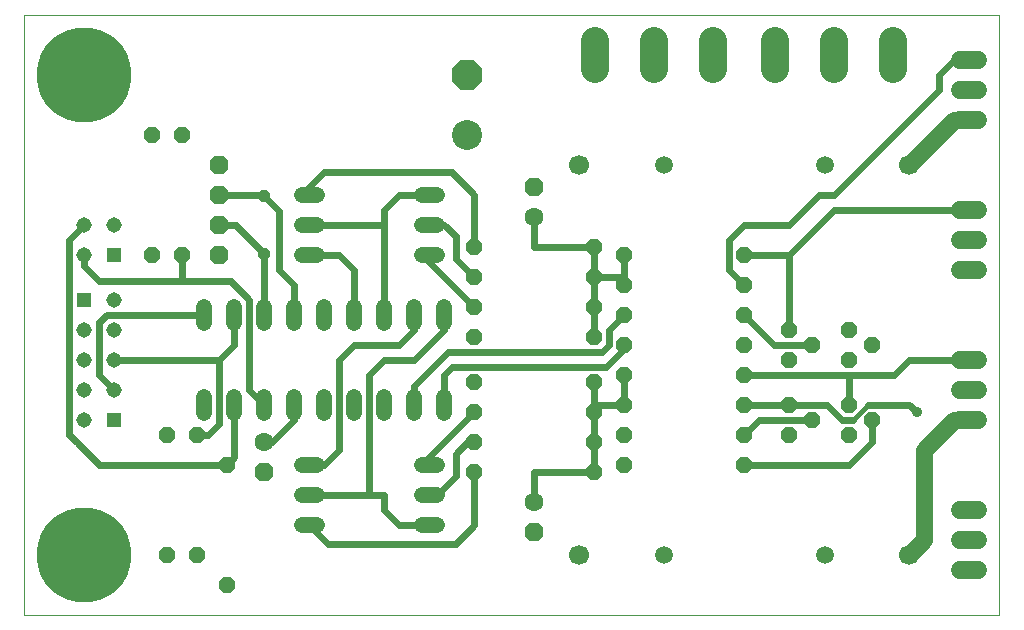
<source format=gtl>
G75*
G70*
%OFA0B0*%
%FSLAX24Y24*%
%IPPOS*%
%LPD*%
%AMOC8*
5,1,8,0,0,1.08239X$1,22.5*
%
%ADD10C,0.0000*%
%ADD11C,0.0520*%
%ADD12OC8,0.0520*%
%ADD13R,0.0515X0.0515*%
%ADD14C,0.0515*%
%ADD15C,0.0630*%
%ADD16OC8,0.0630*%
%ADD17C,0.0600*%
%ADD18C,0.0669*%
%ADD19C,0.0591*%
%ADD20C,0.0937*%
%ADD21C,0.1000*%
%ADD22OC8,0.1000*%
%ADD23OC8,0.0400*%
%ADD24C,0.3150*%
%ADD25C,0.0240*%
%ADD26C,0.0560*%
%ADD27C,0.0360*%
%ADD28C,0.0160*%
D10*
X000494Y004300D02*
X000494Y024296D01*
X032994Y024300D01*
X032994Y004300D01*
X000494Y004300D01*
D11*
X006494Y011040D02*
X006494Y011560D01*
X007494Y011560D02*
X007494Y011040D01*
X008494Y011040D02*
X008494Y011560D01*
X009494Y011560D02*
X009494Y011040D01*
X010494Y011040D02*
X010494Y011560D01*
X011494Y011560D02*
X011494Y011040D01*
X012494Y011040D02*
X012494Y011560D01*
X013494Y011560D02*
X013494Y011040D01*
X014494Y011040D02*
X014494Y011560D01*
X014254Y009300D02*
X013734Y009300D01*
X013734Y008300D02*
X014254Y008300D01*
X014254Y007300D02*
X013734Y007300D01*
X010254Y007300D02*
X009734Y007300D01*
X009734Y008300D02*
X010254Y008300D01*
X010254Y009300D02*
X009734Y009300D01*
X009494Y014040D02*
X009494Y014560D01*
X010494Y014560D02*
X010494Y014040D01*
X011494Y014040D02*
X011494Y014560D01*
X012494Y014560D02*
X012494Y014040D01*
X013494Y014040D02*
X013494Y014560D01*
X014494Y014560D02*
X014494Y014040D01*
X014254Y016300D02*
X013734Y016300D01*
X013734Y017300D02*
X014254Y017300D01*
X014254Y018300D02*
X013734Y018300D01*
X010254Y018300D02*
X009734Y018300D01*
X009734Y017300D02*
X010254Y017300D01*
X010254Y016300D02*
X009734Y016300D01*
X008494Y014560D02*
X008494Y014040D01*
X007494Y014040D02*
X007494Y014560D01*
X006494Y014560D02*
X006494Y014040D01*
D12*
X005744Y016300D03*
X004744Y016300D03*
X004744Y020300D03*
X005744Y020300D03*
X015494Y016550D03*
X015494Y015550D03*
X015494Y014550D03*
X015494Y013550D03*
X015494Y012050D03*
X015494Y011050D03*
X015494Y010050D03*
X015494Y009050D03*
X019494Y009050D03*
X020494Y009300D03*
X019494Y010050D03*
X020494Y010300D03*
X019494Y011050D03*
X020494Y011300D03*
X019494Y012050D03*
X020494Y012300D03*
X020494Y013300D03*
X019494Y013550D03*
X020494Y014300D03*
X019494Y014550D03*
X020494Y015300D03*
X019494Y015550D03*
X020494Y016300D03*
X019494Y016550D03*
X024494Y016300D03*
X024494Y015300D03*
X024494Y014300D03*
X024494Y013300D03*
X024494Y012300D03*
X024494Y011300D03*
X024494Y010300D03*
X024494Y009300D03*
X025994Y010300D03*
X026744Y010800D03*
X025994Y011300D03*
X025994Y012800D03*
X026744Y013300D03*
X025994Y013800D03*
X027994Y013800D03*
X028744Y013300D03*
X027994Y012800D03*
X027994Y011300D03*
X028744Y010800D03*
X027994Y010300D03*
X007244Y009300D03*
X006244Y010300D03*
X005244Y010300D03*
X005244Y006300D03*
X006244Y006300D03*
X007244Y005300D03*
D13*
X003494Y010800D03*
X002494Y014800D03*
X003494Y016300D03*
D14*
X002494Y016300D03*
X002494Y017300D03*
X003494Y017300D03*
X003494Y014800D03*
X003494Y013800D03*
X002494Y013800D03*
X002494Y012800D03*
X003494Y012800D03*
X003494Y011800D03*
X002494Y011800D03*
X002494Y010800D03*
D15*
X008494Y010050D03*
X017494Y008050D03*
X017494Y017550D03*
D16*
X017494Y018550D03*
X006994Y018300D03*
X006994Y017300D03*
X006994Y016300D03*
X006994Y019300D03*
X008494Y009050D03*
X017494Y007050D03*
D17*
X031694Y006800D02*
X032294Y006800D01*
X032294Y007800D02*
X031694Y007800D01*
X031694Y005800D02*
X032294Y005800D01*
X032294Y010800D02*
X031694Y010800D01*
X031694Y011800D02*
X032294Y011800D01*
X032294Y012800D02*
X031694Y012800D01*
X031694Y015800D02*
X032294Y015800D01*
X032294Y016800D02*
X031694Y016800D01*
X031694Y017800D02*
X032294Y017800D01*
X032294Y020800D02*
X031694Y020800D01*
X031694Y021800D02*
X032294Y021800D01*
X032294Y022800D02*
X031694Y022800D01*
D18*
X029994Y019300D03*
X018994Y019300D03*
X018994Y006300D03*
X029994Y006300D03*
D19*
X027183Y006300D03*
X021805Y006300D03*
X021805Y019300D03*
X027183Y019300D03*
D20*
X027494Y022509D02*
X027494Y023446D01*
X029462Y023446D02*
X029462Y022509D01*
X025525Y022509D02*
X025525Y023446D01*
X023462Y023446D02*
X023462Y022509D01*
X021494Y022509D02*
X021494Y023446D01*
X019525Y023446D02*
X019525Y022509D01*
D21*
X015244Y020300D03*
D22*
X015244Y022300D03*
D23*
X008494Y018261D03*
X008494Y016339D03*
D24*
X002494Y022300D03*
X002494Y006300D03*
D25*
X002994Y009300D02*
X002244Y010050D01*
X001994Y010300D01*
X001994Y016800D01*
X002494Y017300D01*
X002494Y016300D02*
X002494Y015925D01*
X002994Y015425D01*
X005744Y015425D01*
X005744Y016300D01*
X005744Y015425D02*
X007369Y015425D01*
X007994Y014800D01*
X007994Y011800D01*
X008494Y011300D01*
X009494Y011300D02*
X009494Y010800D01*
X008744Y010050D01*
X008494Y010050D01*
X007494Y009550D02*
X007244Y009300D01*
X002994Y009300D01*
X003494Y011800D02*
X002994Y012300D01*
X002994Y014050D01*
X003244Y014300D01*
X006494Y014300D01*
X007494Y014300D02*
X007494Y013300D01*
X006994Y012800D01*
X006994Y010675D01*
X006619Y010300D01*
X006244Y010300D01*
X007494Y009550D02*
X007494Y011300D01*
X006994Y012800D02*
X003494Y012800D01*
X008494Y014300D02*
X008494Y016339D01*
X007533Y017300D01*
X006994Y017300D01*
X006994Y018300D02*
X008454Y018300D01*
X008494Y018261D01*
X008994Y017761D01*
X008994Y015800D01*
X009494Y015300D01*
X009494Y014300D01*
X011494Y014300D02*
X011494Y015800D01*
X010994Y016300D01*
X009994Y016300D01*
X009994Y017300D02*
X012494Y017300D01*
X012494Y017800D01*
X012994Y018300D01*
X013994Y018300D01*
X014744Y019050D02*
X015494Y018300D01*
X015494Y016550D01*
X014869Y016925D02*
X014869Y016175D01*
X015494Y015550D01*
X015494Y014550D02*
X013994Y016050D01*
X013994Y016300D01*
X014869Y016925D02*
X014494Y017300D01*
X013994Y017300D01*
X012494Y017300D02*
X012494Y014300D01*
X013494Y014300D02*
X013494Y013800D01*
X012994Y013300D01*
X011494Y013300D01*
X010994Y012800D01*
X010994Y009800D01*
X010494Y009300D01*
X009994Y009300D01*
X009994Y008300D02*
X011994Y008300D01*
X011994Y012300D01*
X012494Y012800D01*
X013494Y012800D01*
X014494Y013800D01*
X014494Y014300D01*
X014619Y013050D02*
X013494Y011925D01*
X013494Y011300D01*
X014494Y011300D02*
X014494Y012300D01*
X014744Y012550D01*
X019869Y012550D01*
X020494Y013175D01*
X020494Y013300D01*
X019994Y013300D02*
X019994Y013800D01*
X020494Y014300D01*
X019494Y014550D02*
X019494Y013550D01*
X019994Y013300D02*
X019744Y013050D01*
X014619Y013050D01*
X015494Y011050D02*
X013994Y009550D01*
X013994Y009300D01*
X014869Y008925D02*
X014869Y009675D01*
X015244Y010050D01*
X015494Y010050D01*
X015494Y009050D02*
X015494Y007300D01*
X014869Y006675D01*
X010619Y006675D01*
X009994Y007300D01*
X011994Y008300D02*
X012494Y008300D01*
X012494Y007800D01*
X012994Y007300D01*
X013994Y007300D01*
X013994Y008300D02*
X014244Y008300D01*
X014869Y008925D01*
X017494Y009050D02*
X017494Y008050D01*
X017494Y009050D02*
X019494Y009050D01*
X019494Y010050D01*
X019494Y011050D01*
X019494Y011300D01*
X020494Y011300D01*
X020494Y012300D01*
X019494Y012050D02*
X019494Y011300D01*
X019494Y014550D02*
X019494Y015550D01*
X020494Y015550D01*
X020494Y016300D01*
X020494Y015550D02*
X020494Y015300D01*
X019494Y015550D02*
X019494Y016550D01*
X017494Y016550D01*
X017494Y017550D01*
X014744Y019050D02*
X010494Y019050D01*
X009994Y018550D01*
X009994Y018300D01*
X008494Y016339D02*
X008454Y016300D01*
X023994Y015800D02*
X023994Y016800D01*
X024494Y017300D01*
X025994Y017300D01*
X026994Y018300D01*
X027494Y018300D01*
X030994Y021800D01*
X030994Y022300D01*
X031494Y022800D01*
X031994Y022800D01*
X031994Y017800D02*
X027494Y017800D01*
X025994Y016300D01*
X024494Y016300D01*
X023994Y015800D02*
X024494Y015300D01*
X024494Y014300D02*
X025494Y013300D01*
X026744Y013300D01*
X025994Y013800D02*
X025994Y016300D01*
X029994Y012800D02*
X029494Y012300D01*
X027994Y012300D01*
X027994Y011300D01*
X028119Y010800D02*
X027744Y010800D01*
X027244Y011300D01*
X025994Y011300D01*
X024494Y011300D01*
X024994Y010800D02*
X024494Y010300D01*
X024994Y010800D02*
X026744Y010800D01*
X028619Y011300D02*
X029994Y011300D01*
X030244Y011050D01*
X028744Y010800D02*
X028744Y010050D01*
X027994Y009300D01*
X024494Y009300D01*
X024494Y012300D02*
X027994Y012300D01*
X029994Y012800D02*
X031994Y012800D01*
D26*
X031994Y010800D02*
X031494Y010800D01*
X030494Y009800D01*
X030494Y006800D01*
X029994Y006300D01*
X029994Y019300D02*
X031494Y020800D01*
X031994Y020800D01*
D27*
X030244Y011050D03*
D28*
X028619Y011300D02*
X028119Y010800D01*
M02*

</source>
